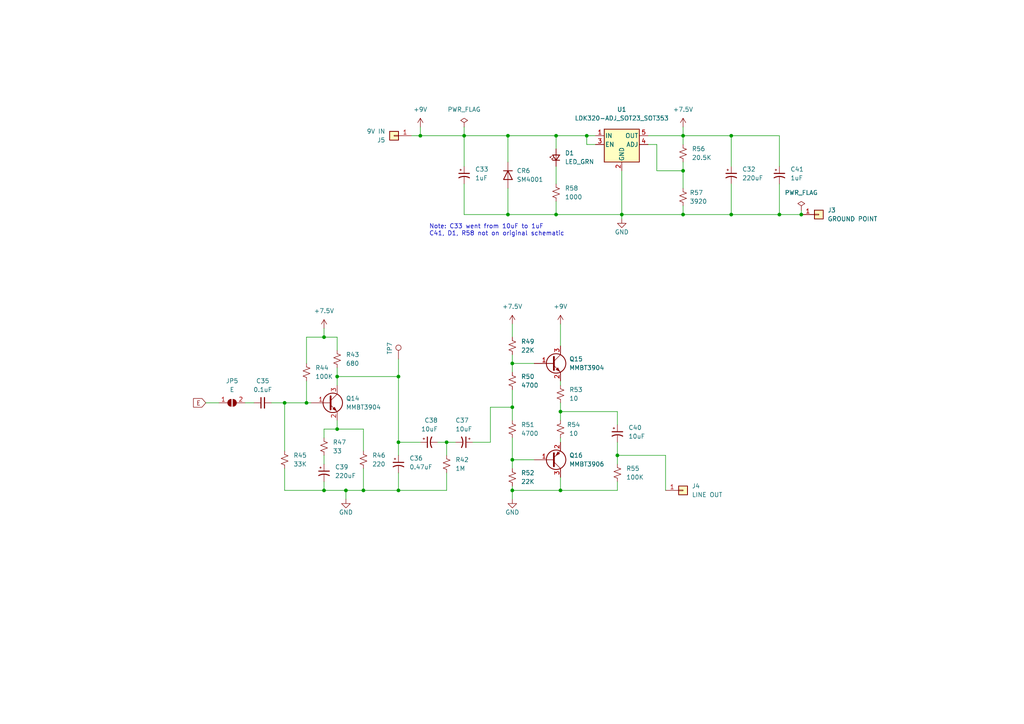
<source format=kicad_sch>
(kicad_sch (version 20221206) (generator eeschema)
  (paper "A4")
  (lib_symbols
    (symbol "Connector:TestPoint" (pin_numbers hide) (pin_names (offset 0.762) hide)
      (property "Reference" "TP" (at 0 6.858 0))
      (property "Value" "TestPoint" (at 0 5.08 0))
      (symbol "TestPoint_0_1"
        (circle (center 0 3.302) (radius 0.762))
      )
      (symbol "TestPoint_1_1"
        (pin passive line (at 0 0 90) (length 2.54) (name "1") (number "1"))
      )
    )
    (symbol "Connector_Generic:Conn_01x01" (pin_names (offset 1.016) hide)
      (property "Reference" "J" (at 0 2.54 0))
      (property "Value" "Conn_01x01" (at 0 -2.54 0))
      (symbol "Conn_01x01_1_1"
        (rectangle (start -1.27 0.127) (end 0 -0.127) (stroke (width 0.1524)))
        (rectangle (start -1.27 1.27) (end 1.27 -1.27) (stroke (width 0.254)) (fill (type background)))
        (pin passive line (at -5.08 0 0) (length 3.81) (name "Pin_1") (number "1"))
      )
    )
    (symbol "Device:C_Polarized_Small_US" (pin_numbers hide) (pin_names (offset 0.254) hide)
      (property "Reference" "C" (at 0.254 1.778 0))
      (property "Value" "C_Polarized_Small_US" (at 0.254 -2.032 0))
      (symbol "C_Polarized_Small_US_0_1"
        (polyline (pts (xy -1.524 0.508) (xy 1.524 0.508)) (stroke (width 0.3048)))
        (polyline (pts (xy -1.27 1.524) (xy -0.762 1.524)))
        (polyline (pts (xy -1.016 1.27) (xy -1.016 1.778)))
        (arc (start 1.524 -0.762) (mid 0 -0.3734) (end -1.524 -0.762) (stroke (width 0.3048)))
      )
      (symbol "C_Polarized_Small_US_1_1"
        (pin passive line (at 0 2.54 270) (length 2.032) (name "~") (number "1"))
        (pin passive line (at 0 -2.54 90) (length 2.032) (name "~") (number "2"))
      )
    )
    (symbol "Device:C_Small" (pin_numbers hide) (pin_names (offset 0.254) hide)
      (property "Reference" "C" (at 0.254 1.778 0))
      (property "Value" "C_Small" (at 0.254 -2.032 0))
      (symbol "C_Small_0_1"
        (polyline (pts (xy -1.524 -0.508) (xy 1.524 -0.508)) (stroke (width 0.3302)))
        (polyline (pts (xy -1.524 0.508) (xy 1.524 0.508)) (stroke (width 0.3048)))
      )
      (symbol "C_Small_1_1"
        (pin passive line (at 0 2.54 270) (length 2.032) (name "~") (number "1"))
        (pin passive line (at 0 -2.54 90) (length 2.032) (name "~") (number "2"))
      )
    )
    (symbol "Device:LED_Small" (pin_numbers hide) (pin_names (offset 0.254) hide)
      (property "Reference" "D" (at -1.27 3.175 0))
      (property "Value" "LED_Small" (at -4.445 -2.54 0))
      (symbol "LED_Small_0_1"
        (polyline (pts (xy -0.762 -1.016) (xy -0.762 1.016)) (stroke (width 0.254)))
        (polyline (pts (xy 1.016 0) (xy -0.762 0)))
        (polyline (pts (xy 0.762 -1.016) (xy -0.762 0) (xy 0.762 1.016) (xy 0.762 -1.016)) (stroke (width 0.254)))
        (polyline (pts (xy 0 0.762) (xy -0.508 1.27) (xy -0.254 1.27) (xy -0.508 1.27) (xy -0.508 1.016)))
        (polyline (pts (xy 0.508 1.27) (xy 0 1.778) (xy 0.254 1.778) (xy 0 1.778) (xy 0 1.524)))
      )
      (symbol "LED_Small_1_1"
        (pin passive line (at -2.54 0 0) (length 1.778) (name "K") (number "1"))
        (pin passive line (at 2.54 0 180) (length 1.778) (name "A") (number "2"))
      )
    )
    (symbol "Device:R_Small_US" (pin_numbers hide) (pin_names (offset 0.254) hide)
      (property "Reference" "R" (at 0.762 0.508 0))
      (property "Value" "R_Small_US" (at 0.762 -1.016 0))
      (symbol "R_Small_US_1_1"
        (polyline (pts (xy 0 0) (xy 1.016 -0.381) (xy 0 -0.762) (xy -1.016 -1.143) (xy 0 -1.524)))
        (polyline (pts (xy 0 1.524) (xy 1.016 1.143) (xy 0 0.762) (xy -1.016 0.381) (xy 0 0)))
        (pin passive line (at 0 2.54 270) (length 1.016) (name "~") (number "1"))
        (pin passive line (at 0 -2.54 90) (length 1.016) (name "~") (number "2"))
      )
    )
    (symbol "Diode:SM4001" (pin_numbers hide) (pin_names (offset 1.016) hide)
      (property "Reference" "D" (at 0 2.54 0))
      (property "Value" "SM4001" (at 0 -2.54 0))
      (symbol "SM4001_0_1"
        (polyline (pts (xy -1.27 1.27) (xy -1.27 -1.27)) (stroke (width 0.254)))
        (polyline (pts (xy 1.27 0) (xy -1.27 0)))
        (polyline (pts (xy 1.27 1.27) (xy 1.27 -1.27) (xy -1.27 0) (xy 1.27 1.27)) (stroke (width 0.254)))
      )
      (symbol "SM4001_1_1"
        (pin passive line (at -3.81 0 0) (length 2.54) (name "K") (number "1"))
        (pin passive line (at 3.81 0 180) (length 2.54) (name "A") (number "2"))
      )
    )
    (symbol "Jumper:SolderJumper_2_Open" (pin_names (offset 0) hide)
      (property "Reference" "JP" (at 0 2.032 0))
      (property "Value" "SolderJumper_2_Open" (at 0 -2.54 0))
      (symbol "SolderJumper_2_Open_0_1"
        (arc (start -0.254 1.016) (mid -1.2656 0) (end -0.254 -1.016))
        (arc (start -0.254 1.016) (mid -1.2656 0) (end -0.254 -1.016) (fill (type outline)))
        (polyline (pts (xy -0.254 1.016) (xy -0.254 -1.016)))
        (polyline (pts (xy 0.254 1.016) (xy 0.254 -1.016)))
        (arc (start 0.254 -1.016) (mid 1.2656 0) (end 0.254 1.016))
        (arc (start 0.254 -1.016) (mid 1.2656 0) (end 0.254 1.016) (fill (type outline)))
      )
      (symbol "SolderJumper_2_Open_1_1"
        (pin passive line (at -3.81 0 0) (length 2.54) (name "A") (number "1"))
        (pin passive line (at 3.81 0 180) (length 2.54) (name "B") (number "2"))
      )
    )
    (symbol "Regulator_Linear:LDK130-ADJ_SOT23_SOT353" (pin_names (offset 0.254))
      (property "Reference" "U" (at -3.81 5.715 0))
      (property "Value" "LDK130-ADJ_SOT23_SOT353" (at 0 5.715 0))
      (symbol "LDK130-ADJ_SOT23_SOT353_0_1"
        (rectangle (start -5.08 4.445) (end 5.08 -5.08) (stroke (width 0.254)) (fill (type background)))
      )
      (symbol "LDK130-ADJ_SOT23_SOT353_1_1"
        (pin power_in line (at -7.62 2.54 0) (length 2.54) (name "IN") (number "1"))
        (pin power_in line (at 0 -7.62 90) (length 2.54) (name "GND") (number "2"))
        (pin input line (at -7.62 0 0) (length 2.54) (name "EN") (number "3"))
        (pin input line (at 7.62 0 180) (length 2.54) (name "ADJ") (number "4"))
        (pin power_out line (at 7.62 2.54 180) (length 2.54) (name "OUT") (number "5"))
      )
    )
    (symbol "Transistor_BJT:MMBT3904" (pin_names (offset 0) hide)
      (property "Reference" "Q" (at 5.08 1.905 0))
      (property "Value" "MMBT3904" (at 5.08 0 0))
      (symbol "MMBT3904_0_1"
        (polyline (pts (xy 0.635 0.635) (xy 2.54 2.54)))
        (polyline (pts (xy 0.635 -0.635) (xy 2.54 -2.54) (xy 2.54 -2.54)))
        (polyline (pts (xy 0.635 1.905) (xy 0.635 -1.905) (xy 0.635 -1.905)) (stroke (width 0.508)))
        (polyline (pts (xy 1.27 -1.778) (xy 1.778 -1.27) (xy 2.286 -2.286) (xy 1.27 -1.778) (xy 1.27 -1.778)) (fill (type outline)))
        (circle (center 1.27 0) (radius 2.8194) (stroke (width 0.254)))
      )
      (symbol "MMBT3904_1_1"
        (pin input line (at -5.08 0 0) (length 5.715) (name "B") (number "1"))
        (pin passive line (at 2.54 -5.08 90) (length 2.54) (name "E") (number "2"))
        (pin passive line (at 2.54 5.08 270) (length 2.54) (name "C") (number "3"))
      )
    )
    (symbol "Transistor_BJT:MMBT3906" (pin_names (offset 0) hide)
      (property "Reference" "Q" (at 5.08 1.905 0))
      (property "Value" "MMBT3906" (at 5.08 0 0))
      (symbol "MMBT3906_0_1"
        (polyline (pts (xy 0.635 0.635) (xy 2.54 2.54)))
        (polyline (pts (xy 0.635 -0.635) (xy 2.54 -2.54) (xy 2.54 -2.54)))
        (polyline (pts (xy 0.635 1.905) (xy 0.635 -1.905) (xy 0.635 -1.905)) (stroke (width 0.508)))
        (polyline (pts (xy 2.286 -1.778) (xy 1.778 -2.286) (xy 1.27 -1.27) (xy 2.286 -1.778) (xy 2.286 -1.778)) (fill (type outline)))
        (circle (center 1.27 0) (radius 2.8194) (stroke (width 0.254)))
      )
      (symbol "MMBT3906_1_1"
        (pin input line (at -5.08 0 0) (length 5.715) (name "B") (number "1"))
        (pin passive line (at 2.54 -5.08 90) (length 2.54) (name "E") (number "2"))
        (pin passive line (at 2.54 5.08 270) (length 2.54) (name "C") (number "3"))
      )
    )
    (symbol "power:+7.5V" (power) (pin_names (offset 0))
      (property "Value" "+7.5V" (at 0 3.556 0))
      (symbol "+7.5V_0_1"
        (polyline (pts (xy -0.762 1.27) (xy 0 2.54)))
        (polyline (pts (xy 0 0) (xy 0 2.54)))
        (polyline (pts (xy 0 2.54) (xy 0.762 1.27)))
      )
      (symbol "+7.5V_1_1"
        (pin power_in line (at 0 0 90) (length 0) hide (name "+7.5V") (number "1"))
      )
    )
    (symbol "power:+9V" (power) (pin_names (offset 0))
      (property "Value" "+9V" (at 0 3.556 0))
      (symbol "+9V_0_1"
        (polyline (pts (xy -0.762 1.27) (xy 0 2.54)))
        (polyline (pts (xy 0 0) (xy 0 2.54)))
        (polyline (pts (xy 0 2.54) (xy 0.762 1.27)))
      )
      (symbol "+9V_1_1"
        (pin power_in line (at 0 0 90) (length 0) hide (name "+9V") (number "1"))
      )
    )
    (symbol "power:GND" (power) (pin_names (offset 0))
      (property "Value" "GND" (at 0 -3.81 0))
      (symbol "GND_0_1"
        (polyline (pts (xy 0 0) (xy 0 -1.27) (xy 1.27 -1.27) (xy 0 -2.54) (xy -1.27 -1.27) (xy 0 -1.27)))
      )
      (symbol "GND_1_1"
        (pin power_in line (at 0 0 270) (length 0) hide (name "GND") (number "1"))
      )
    )
    (symbol "power:PWR_FLAG" (power) (pin_numbers hide) (pin_names (offset 0) hide)
      (property "Value" "PWR_FLAG" (at 0 3.81 0))
      (symbol "PWR_FLAG_0_0"
        (pin power_out line (at 0 0 90) (length 0) (name "pwr") (number "1"))
      )
      (symbol "PWR_FLAG_0_1"
        (polyline (pts (xy 0 0) (xy 0 1.27) (xy -1.016 1.905) (xy 0 2.54) (xy 1.016 1.905) (xy 0 1.27)))
      )
    )
  )
  (junction (at 115.57 128.27))
  (junction (at 82.55 116.84))
  (junction (at 198.12 49.53))
  (junction (at 162.56 142.24))
  (junction (at 97.79 109.22))
  (junction (at 180.34 62.23))
  (junction (at 129.54 128.27))
  (junction (at 198.12 62.23))
  (junction (at 115.57 109.22))
  (junction (at 198.12 39.37))
  (junction (at 97.79 124.46))
  (junction (at 121.92 39.37))
  (junction (at 93.98 142.24))
  (junction (at 134.62 39.37))
  (junction (at 100.33 142.24))
  (junction (at 147.32 62.23))
  (junction (at 148.59 133.35))
  (junction (at 148.59 142.24))
  (junction (at 148.59 118.11))
  (junction (at 170.18 39.37))
  (junction (at 212.09 39.37))
  (junction (at 162.56 119.38))
  (junction (at 226.06 62.23))
  (junction (at 179.07 132.08))
  (junction (at 232.41 62.23))
  (junction (at 93.98 97.79))
  (junction (at 161.29 39.37))
  (junction (at 161.29 62.23))
  (junction (at 105.41 142.24))
  (junction (at 212.09 62.23))
  (junction (at 147.32 39.37))
  (junction (at 148.59 105.41))
  (junction (at 88.9 116.84))
  (junction (at 115.57 142.24))
  (wire (pts (xy 226.06 53.34) (xy 226.06 62.23)))
  (wire (pts (xy 105.41 135.89) (xy 105.41 142.24)))
  (wire (pts (xy 232.41 60.96) (xy 232.41 62.23)))
  (wire (pts (xy 212.09 39.37) (xy 198.12 39.37)))
  (wire (pts (xy 148.59 113.03) (xy 148.59 118.11)))
  (wire (pts (xy 180.34 49.53) (xy 180.34 62.23)))
  (wire (pts (xy 129.54 142.24) (xy 115.57 142.24)))
  (wire (pts (xy 198.12 46.99) (xy 198.12 49.53)))
  (wire (pts (xy 134.62 39.37) (xy 134.62 48.26)))
  (wire (pts (xy 148.59 93.98) (xy 148.59 97.79)))
  (wire (pts (xy 226.06 62.23) (xy 232.41 62.23)))
  (wire (pts (xy 190.5 49.53) (xy 198.12 49.53)))
  (wire (pts (xy 148.59 142.24) (xy 148.59 144.78)))
  (wire (pts (xy 115.57 109.22) (xy 115.57 128.27)))
  (wire (pts (xy 134.62 62.23) (xy 147.32 62.23)))
  (wire (pts (xy 190.5 41.91) (xy 190.5 49.53)))
  (wire (pts (xy 97.79 106.68) (xy 97.79 109.22)))
  (wire (pts (xy 121.92 36.83) (xy 121.92 39.37)))
  (wire (pts (xy 115.57 128.27) (xy 121.92 128.27)))
  (wire (pts (xy 115.57 137.16) (xy 115.57 142.24)))
  (wire (pts (xy 129.54 128.27) (xy 132.08 128.27)))
  (wire (pts (xy 162.56 142.24) (xy 162.56 138.43)))
  (wire (pts (xy 180.34 62.23) (xy 198.12 62.23)))
  (wire (pts (xy 148.59 105.41) (xy 148.59 107.95)))
  (wire (pts (xy 161.29 39.37) (xy 161.29 43.18)))
  (wire (pts (xy 97.79 109.22) (xy 97.79 111.76)))
  (wire (pts (xy 179.07 128.27) (xy 179.07 132.08)))
  (wire (pts (xy 90.17 116.84) (xy 88.9 116.84)))
  (wire (pts (xy 147.32 62.23) (xy 161.29 62.23)))
  (wire (pts (xy 127 128.27) (xy 129.54 128.27)))
  (wire (pts (xy 93.98 95.25) (xy 93.98 97.79)))
  (wire (pts (xy 97.79 97.79) (xy 97.79 101.6)))
  (wire (pts (xy 162.56 116.84) (xy 162.56 119.38)))
  (wire (pts (xy 115.57 142.24) (xy 105.41 142.24)))
  (wire (pts (xy 154.94 105.41) (xy 148.59 105.41)))
  (wire (pts (xy 198.12 39.37) (xy 198.12 41.91)))
  (wire (pts (xy 105.41 142.24) (xy 100.33 142.24)))
  (wire (pts (xy 88.9 97.79) (xy 93.98 97.79)))
  (wire (pts (xy 59.69 116.84) (xy 63.5 116.84)))
  (wire (pts (xy 162.56 119.38) (xy 162.56 121.92)))
  (wire (pts (xy 78.74 116.84) (xy 82.55 116.84)))
  (wire (pts (xy 97.79 124.46) (xy 93.98 124.46)))
  (wire (pts (xy 212.09 62.23) (xy 226.06 62.23)))
  (wire (pts (xy 93.98 142.24) (xy 100.33 142.24)))
  (wire (pts (xy 170.18 41.91) (xy 170.18 39.37)))
  (wire (pts (xy 148.59 127) (xy 148.59 133.35)))
  (wire (pts (xy 93.98 142.24) (xy 93.98 139.7)))
  (wire (pts (xy 179.07 142.24) (xy 162.56 142.24)))
  (wire (pts (xy 147.32 54.61) (xy 147.32 62.23)))
  (wire (pts (xy 161.29 62.23) (xy 180.34 62.23)))
  (wire (pts (xy 198.12 36.83) (xy 198.12 39.37)))
  (wire (pts (xy 147.32 39.37) (xy 161.29 39.37)))
  (wire (pts (xy 134.62 53.34) (xy 134.62 62.23)))
  (wire (pts (xy 162.56 127) (xy 162.56 128.27)))
  (wire (pts (xy 129.54 137.16) (xy 129.54 142.24)))
  (wire (pts (xy 115.57 132.08) (xy 115.57 128.27)))
  (wire (pts (xy 162.56 110.49) (xy 162.56 111.76)))
  (wire (pts (xy 226.06 39.37) (xy 226.06 48.26)))
  (wire (pts (xy 148.59 142.24) (xy 162.56 142.24)))
  (wire (pts (xy 82.55 135.89) (xy 82.55 142.24)))
  (wire (pts (xy 161.29 58.42) (xy 161.29 62.23)))
  (wire (pts (xy 105.41 124.46) (xy 97.79 124.46)))
  (wire (pts (xy 97.79 109.22) (xy 115.57 109.22)))
  (wire (pts (xy 100.33 142.24) (xy 100.33 144.78)))
  (wire (pts (xy 161.29 53.34) (xy 161.29 48.26)))
  (wire (pts (xy 179.07 132.08) (xy 193.04 132.08)))
  (wire (pts (xy 170.18 39.37) (xy 172.72 39.37)))
  (wire (pts (xy 115.57 104.14) (xy 115.57 109.22)))
  (wire (pts (xy 82.55 116.84) (xy 88.9 116.84)))
  (wire (pts (xy 198.12 62.23) (xy 212.09 62.23)))
  (wire (pts (xy 88.9 110.49) (xy 88.9 116.84)))
  (wire (pts (xy 93.98 97.79) (xy 97.79 97.79)))
  (wire (pts (xy 179.07 132.08) (xy 179.07 134.62)))
  (wire (pts (xy 148.59 140.97) (xy 148.59 142.24)))
  (wire (pts (xy 179.07 139.7) (xy 179.07 142.24)))
  (wire (pts (xy 179.07 119.38) (xy 179.07 123.19)))
  (wire (pts (xy 148.59 133.35) (xy 148.59 135.89)))
  (wire (pts (xy 134.62 36.83) (xy 134.62 39.37)))
  (wire (pts (xy 148.59 118.11) (xy 148.59 121.92)))
  (wire (pts (xy 172.72 41.91) (xy 170.18 41.91)))
  (wire (pts (xy 198.12 54.61) (xy 198.12 49.53)))
  (wire (pts (xy 187.96 39.37) (xy 198.12 39.37)))
  (wire (pts (xy 212.09 53.34) (xy 212.09 62.23)))
  (wire (pts (xy 212.09 48.26) (xy 212.09 39.37)))
  (wire (pts (xy 162.56 93.98) (xy 162.56 100.33)))
  (wire (pts (xy 71.12 116.84) (xy 73.66 116.84)))
  (wire (pts (xy 134.62 39.37) (xy 147.32 39.37)))
  (wire (pts (xy 137.16 128.27) (xy 142.24 128.27)))
  (wire (pts (xy 82.55 142.24) (xy 93.98 142.24)))
  (wire (pts (xy 119.38 39.37) (xy 121.92 39.37)))
  (wire (pts (xy 198.12 59.69) (xy 198.12 62.23)))
  (wire (pts (xy 187.96 41.91) (xy 190.5 41.91)))
  (wire (pts (xy 97.79 121.92) (xy 97.79 124.46)))
  (wire (pts (xy 93.98 124.46) (xy 93.98 127)))
  (wire (pts (xy 82.55 130.81) (xy 82.55 116.84)))
  (wire (pts (xy 147.32 39.37) (xy 147.32 46.99)))
  (wire (pts (xy 129.54 128.27) (xy 129.54 132.08)))
  (wire (pts (xy 148.59 133.35) (xy 154.94 133.35)))
  (wire (pts (xy 148.59 102.87) (xy 148.59 105.41)))
  (wire (pts (xy 142.24 128.27) (xy 142.24 118.11)))
  (wire (pts (xy 212.09 39.37) (xy 226.06 39.37)))
  (wire (pts (xy 180.34 62.23) (xy 180.34 63.5)))
  (wire (pts (xy 105.41 130.81) (xy 105.41 124.46)))
  (wire (pts (xy 142.24 118.11) (xy 148.59 118.11)))
  (wire (pts (xy 93.98 132.08) (xy 93.98 134.62)))
  (wire (pts (xy 88.9 105.41) (xy 88.9 97.79)))
  (wire (pts (xy 121.92 39.37) (xy 134.62 39.37)))
  (wire (pts (xy 162.56 119.38) (xy 179.07 119.38)))
  (wire (pts (xy 161.29 39.37) (xy 170.18 39.37)))
  (wire (pts (xy 193.04 132.08) (xy 193.04 142.24)))
  (text "Note: C33 went from 10uF to 1uF\nC41, D1, R58 not on original schematic" (at 124.46 68.58 0) (effects (font (size 1.27 1.27)) (justify left bottom)))
  (global_label "E" (shape input) (at 59.69 116.84 180) (property "Intersheetrefs" "${INTERSHEET_REFS}" (effects hide)))
  (symbol (lib_id "Transistor_BJT:MMBT3906") (at 160.02 133.35 0) (mirror x) (unit 1)
    (property "Reference" "Q16" (at 165.1 132.0799 0) (effects (justify left)))
    (property "Value" "MMBT3906" (at 165.1 134.6199 0) (effects (justify left)))
    (property "Footprint" "Package_TO_SOT_SMD:SOT-23" (effects hide))
    (property "Datasheet" "https://www.mouser.com/ProductDetail/726-MMBT3906LT1" (effects hide))
  )
  (symbol (lib_id "Device:LED_Small") (at 161.29 45.72 90) (unit 1)
    (property "Reference" "D1" (at 163.83 44.3864 90) (effects (justify right)))
    (property "Value" "LED_GRN" (at 163.83 46.9264 90) (effects (justify right)))
    (property "Footprint" "LED_SMD:LED_0603_1608Metric_Pad1.05x0.95mm_HandSolder" (effects hide))
    (property "Datasheet" "https://www.mouser.com/ProductDetail/710-150060GS75000" (effects hide))
  )
  (symbol (lib_id "Connector_Generic:Conn_01x01") (at 198.12 142.24 0) (unit 1)
    (property "Reference" "J4" (at 200.66 140.9699 0) (effects (justify left)))
    (property "Value" "LINE OUT" (at 200.66 143.5099 0) (effects (justify left)))
    (property "Footprint" "MountingHole:MountingHole_4.3mm_M4_Pad_Via" (effects hide))
  )
  (symbol (lib_id "power:GND") (at 148.59 144.78 0) (unit 1)
    (property "Reference" "#PWR0134" (effects hide))
    (property "Value" "GND" (at 148.59 148.59 0))
  )
  (symbol (lib_id "power:+9V") (at 162.56 93.98 0) (unit 1)
    (property "Reference" "#PWR0135" (effects hide))
    (property "Value" "+9V" (at 162.56 88.9 0))
  )
  (symbol (lib_id "Device:R_Small_US") (at 179.07 137.16 0) (unit 1)
    (property "Reference" "R55" (at 181.61 135.8899 0) (effects (justify left)))
    (property "Value" "100K" (at 181.61 138.4299 0) (effects (justify left)))
    (property "Footprint" "Resistor_SMD:R_0603_1608Metric" (effects hide))
    (property "Datasheet" "https://www.mouser.com/ProductDetail/603-RC0603FR-07100KL" (effects hide))
  )
  (symbol (lib_id "Device:C_Polarized_Small_US") (at 124.46 128.27 90) (mirror x) (unit 1)
    (property "Reference" "C38" (at 127 121.92 90) (effects (justify left)))
    (property "Value" "10uF" (at 127 124.46 90) (effects (justify left)))
    (property "Footprint" "Capacitor_Tantalum_SMD:CP_EIA-3216-18_Kemet-A" (effects hide))
    (property "Datasheet" "https://www.mouser.com/ProductDetail/80-T489A106K10ATA2K2" (effects hide))
  )
  (symbol (lib_id "Device:R_Small_US") (at 148.59 100.33 0) (unit 1)
    (property "Reference" "R49" (at 151.13 99.0599 0) (effects (justify left)))
    (property "Value" "22K" (at 151.13 101.5999 0) (effects (justify left)))
    (property "Footprint" "Resistor_SMD:R_0603_1608Metric" (effects hide))
    (property "Datasheet" "https://www.mouser.com/ProductDetail/603-RC0603FR-0722KL" (effects hide))
  )
  (symbol (lib_id "Device:R_Small_US") (at 88.9 107.95 0) (unit 1)
    (property "Reference" "R44" (at 91.44 106.6799 0) (effects (justify left)))
    (property "Value" "100K" (at 91.44 109.2199 0) (effects (justify left)))
    (property "Footprint" "Resistor_SMD:R_0603_1608Metric" (effects hide))
    (property "Datasheet" "https://www.mouser.com/ProductDetail/603-RC0603FR-07100KL" (effects hide))
  )
  (symbol (lib_id "Device:R_Small_US") (at 97.79 104.14 180) (unit 1)
    (property "Reference" "R43" (at 100.33 102.8699 0) (effects (justify right)))
    (property "Value" "680" (at 100.33 105.4099 0) (effects (justify right)))
    (property "Footprint" "Resistor_SMD:R_0603_1608Metric" (effects hide))
    (property "Datasheet" "https://www.mouser.com/ProductDetail/603-RC0603FR-07680RL" (effects hide))
  )
  (symbol (lib_id "Device:C_Polarized_Small_US") (at 115.57 134.62 0) (unit 1)
    (property "Reference" "C36" (at 118.745 132.9181 0) (effects (justify left)))
    (property "Value" "0.47uF" (at 118.745 135.4581 0) (effects (justify left)))
    (property "Footprint" "Capacitor_Tantalum_SMD:CP_EIA-1608-08_AVX-J" (effects hide))
    (property "Datasheet" "https://www.mouser.com/ProductDetail/581-TACL474K010X" (effects hide))
  )
  (symbol (lib_id "Device:R_Small_US") (at 82.55 133.35 0) (unit 1)
    (property "Reference" "R45" (at 85.09 132.0799 0) (effects (justify left)))
    (property "Value" "33K" (at 85.09 134.6199 0) (effects (justify left)))
    (property "Footprint" "Resistor_SMD:R_0603_1608Metric" (effects hide))
    (property "Datasheet" "https://www.mouser.com/ProductDetail/603-RC0603FR-1333KL" (effects hide))
  )
  (symbol (lib_id "Device:R_Small_US") (at 105.41 133.35 0) (unit 1)
    (property "Reference" "R46" (at 107.95 132.0799 0) (effects (justify left)))
    (property "Value" "220" (at 107.95 134.6199 0) (effects (justify left)))
    (property "Footprint" "Resistor_SMD:R_0603_1608Metric" (effects hide))
    (property "Datasheet" "https://www.mouser.com/ProductDetail/603-RC0603FR-13220RL" (effects hide))
  )
  (symbol (lib_id "power:+7.5V") (at 148.59 93.98 0) (unit 1)
    (property "Reference" "#PWR0136" (effects hide))
    (property "Value" "+7.5V" (at 148.59 88.9 0))
  )
  (symbol (lib_id "Device:C_Polarized_Small_US") (at 226.06 50.8 0) (unit 1)
    (property "Reference" "C41" (at 229.235 49.0981 0) (effects (justify left)))
    (property "Value" "1uF" (at 229.235 51.6381 0) (effects (justify left)))
    (property "Footprint" "Capacitor_Tantalum_SMD:CP_EIA-2012-12_Kemet-R_Pad1.30x1.05mm_HandSolder" (effects hide))
    (property "Datasheet" "https://www.mouser.com/ProductDetail/74-TMCP1E105KTRF" (effects hide))
  )
  (symbol (lib_id "Diode:SM4001") (at 147.32 50.8 270) (unit 1)
    (property "Reference" "CR6" (at 149.86 49.5299 90) (effects (justify left)))
    (property "Value" "SM4001" (at 149.86 52.0699 90) (effects (justify left)))
    (property "Footprint" "Diode_SMD:D_MELF" (effects hide))
    (property "Datasheet" "https://www.mouser.com/ProductDetail/637-SM4001" (effects hide))
  )
  (symbol (lib_id "Device:C_Polarized_Small_US") (at 134.62 128.27 270) (unit 1)
    (property "Reference" "C37" (at 132.08 121.92 90) (effects (justify left)))
    (property "Value" "10uF" (at 132.08 124.46 90) (effects (justify left)))
    (property "Footprint" "Capacitor_Tantalum_SMD:CP_EIA-3216-18_Kemet-A" (effects hide))
    (property "Datasheet" "https://www.mouser.com/ProductDetail/80-T489A106K10ATA2K2" (effects hide))
  )
  (symbol (lib_id "Connector_Generic:Conn_01x01") (at 237.49 62.23 0) (unit 1)
    (property "Reference" "J3" (at 240.03 60.9599 0) (effects (justify left)))
    (property "Value" "GROUND POINT" (at 240.03 63.4999 0) (effects (justify left)))
    (property "Footprint" "MountingHole:MountingHole_4.3mm_M4_Pad_Via" (effects hide))
  )
  (symbol (lib_id "power:GND") (at 180.34 63.5 0) (unit 1)
    (property "Reference" "#PWR0128" (effects hide))
    (property "Value" "GND" (at 180.34 67.31 0))
  )
  (symbol (lib_id "power:PWR_FLAG") (at 134.62 36.83 0) (unit 1)
    (property "Reference" "#FLG0101" (effects hide))
    (property "Value" "PWR_FLAG" (at 134.62 31.75 0))
  )
  (symbol (lib_id "Regulator_Linear:LDK130-ADJ_SOT23_SOT353") (at 180.34 41.91 0) (unit 1)
    (property "Reference" "U1" (at 180.34 31.75 0))
    (property "Value" "LDK320-ADJ_SOT23_SOT353" (at 180.34 34.29 0))
    (property "Footprint" "Package_TO_SOT_SMD:SOT-23-5" (effects hide))
    (property "Datasheet" "https://www.mouser.com/ProductDetail/511-LDK320M-R" (effects hide))
  )
  (symbol (lib_id "power:PWR_FLAG") (at 232.41 60.96 0) (unit 1)
    (property "Reference" "#FLG0102" (effects hide))
    (property "Value" "PWR_FLAG" (at 232.41 55.88 0))
  )
  (symbol (lib_id "Device:R_Small_US") (at 148.59 138.43 0) (unit 1)
    (property "Reference" "R52" (at 151.13 137.1599 0) (effects (justify left)))
    (property "Value" "22K" (at 151.13 139.6999 0) (effects (justify left)))
    (property "Footprint" "Resistor_SMD:R_0603_1608Metric" (effects hide))
    (property "Datasheet" "https://www.mouser.com/ProductDetail/603-RC0603FR-0722KL" (effects hide))
  )
  (symbol (lib_id "power:+9V") (at 121.92 36.83 0) (unit 1)
    (property "Reference" "#PWR0131" (effects hide))
    (property "Value" "+9V" (at 121.92 31.75 0))
  )
  (symbol (lib_id "Device:R_Small_US") (at 162.56 124.46 0) (mirror x) (unit 1)
    (property "Reference" "R54" (at 166.37 123.19 0))
    (property "Value" "10" (at 166.37 125.73 0))
    (property "Footprint" "Resistor_SMD:R_0603_1608Metric" (effects hide))
    (property "Datasheet" "https://www.mouser.com/ProductDetail/603-SR0603FR-7T10RL" (effects hide))
  )
  (symbol (lib_id "Device:C_Small") (at 76.2 116.84 90) (unit 1)
    (property "Reference" "C35" (at 76.2063 110.49 90))
    (property "Value" "0.1uF" (at 76.2063 113.03 90))
    (property "Footprint" "Capacitor_SMD:C_0603_1608Metric" (effects hide))
    (property "Datasheet" "https://www.mouser.com/ProductDetail/80-C603C104K5RAC3121" (effects hide))
  )
  (symbol (lib_id "Device:R_Small_US") (at 161.29 55.88 0) (unit 1)
    (property "Reference" "R58" (at 163.83 54.6099 0) (effects (justify left)))
    (property "Value" "1000" (at 163.83 57.1499 0) (effects (justify left)))
    (property "Footprint" "Resistor_SMD:R_0603_1608Metric" (effects hide))
    (property "Datasheet" "https://www.mouser.com/ProductDetail/603-RC0603FR-071KP" (effects hide))
  )
  (symbol (lib_id "Device:C_Polarized_Small_US") (at 212.09 50.8 0) (unit 1)
    (property "Reference" "C32" (at 215.265 49.0981 0) (effects (justify left)))
    (property "Value" "220uF" (at 215.265 51.6381 0) (effects (justify left)))
    (property "Footprint" "Capacitor_SMD:CP_Elec_6.3x5.9" (effects hide))
    (property "Datasheet" "https://www.mouser.com/ProductDetail/667-EEF-KX0E221RE" (effects hide))
  )
  (symbol (lib_id "Device:R_Small_US") (at 129.54 134.62 0) (unit 1)
    (property "Reference" "R42" (at 132.08 133.3499 0) (effects (justify left)))
    (property "Value" "1M" (at 132.08 135.8899 0) (effects (justify left)))
    (property "Footprint" "Resistor_SMD:R_0603_1608Metric" (effects hide))
    (property "Datasheet" "https://www.mouser.com/ProductDetail/603-AC0603FR-071ML" (effects hide))
  )
  (symbol (lib_id "Connector_Generic:Conn_01x01") (at 114.3 39.37 180) (unit 1)
    (property "Reference" "J5" (at 111.76 40.6401 0) (effects (justify left)))
    (property "Value" "9V IN" (at 111.76 38.1001 0) (effects (justify left)))
    (property "Footprint" "MountingHole:MountingHole_4.3mm_M4_Pad_Via" (effects hide))
  )
  (symbol (lib_id "Device:C_Polarized_Small_US") (at 93.98 137.16 0) (unit 1)
    (property "Reference" "C39" (at 97.155 135.4581 0) (effects (justify left)))
    (property "Value" "220uF" (at 97.155 137.9981 0) (effects (justify left)))
    (property "Footprint" "Capacitor_SMD:CP_Elec_6.3x5.9" (effects hide))
    (property "Datasheet" "https://www.mouser.com/ProductDetail/667-EEF-KX0E221RE" (effects hide))
  )
  (symbol (lib_id "Device:R_Small_US") (at 198.12 44.45 0) (unit 1)
    (property "Reference" "R56" (at 200.66 43.1799 0) (effects (justify left)))
    (property "Value" "20.5K" (at 200.66 45.7199 0) (effects (justify left)))
    (property "Footprint" "Resistor_SMD:R_0603_1608Metric" (effects hide))
    (property "Datasheet" "https://www.mouser.com/ProductDetail/YAGEO/RT0603FRE0720K5L" (effects hide))
  )
  (symbol (lib_id "Device:C_Polarized_Small_US") (at 134.62 50.8 0) (unit 1)
    (property "Reference" "C33" (at 137.795 49.0981 0) (effects (justify left)))
    (property "Value" "1uF" (at 137.795 51.6381 0) (effects (justify left)))
    (property "Footprint" "Capacitor_Tantalum_SMD:CP_EIA-2012-12_Kemet-R_Pad1.30x1.05mm_HandSolder" (effects hide))
    (property "Datasheet" "https://www.mouser.com/ProductDetail/74-TMCP1E105KTRF" (effects hide))
  )
  (symbol (lib_id "Connector:TestPoint") (at 115.57 104.14 0) (unit 1)
    (property "Reference" "TP7" (at 113.03 102.87 90) (effects (justify left)))
    (property "Value" "TestPoint" (effects hide))
    (property "Footprint" "TestPoint:TestPoint_Loop_D1.80mm_Drill1.0mm_Beaded" (effects hide))
    (property "Datasheet" "https://www.mouser.com/ProductDetail/Keystone-Electronics/5002" (effects hide))
  )
  (symbol (lib_id "Transistor_BJT:MMBT3904") (at 95.25 116.84 0) (unit 1)
    (property "Reference" "Q14" (at 100.33 115.5699 0) (effects (justify left)))
    (property "Value" "MMBT3904" (at 100.33 118.1099 0) (effects (justify left)))
    (property "Footprint" "Package_TO_SOT_SMD:SOT-23" (effects hide))
    (property "Datasheet" "https://www.mouser.com/ProductDetail/726-MMBT3904LT1" (effects hide))
  )
  (symbol (lib_id "power:+7.5V") (at 93.98 95.25 0) (unit 1)
    (property "Reference" "#PWR0137" (effects hide))
    (property "Value" "+7.5V" (at 93.98 90.17 0))
  )
  (symbol (lib_id "Device:R_Small_US") (at 198.12 57.15 0) (unit 1)
    (property "Reference" "R57" (at 200.025 55.8799 0) (effects (justify left)))
    (property "Value" "3920" (at 200.025 58.4199 0) (effects (justify left)))
    (property "Footprint" "Resistor_SMD:R_0603_1608Metric" (effects hide))
    (property "Datasheet" "https://www.mouser.com/ProductDetail/603-RC0603FR-073K92L" (effects hide))
  )
  (symbol (lib_id "Jumper:SolderJumper_2_Open") (at 67.31 116.84 0) (unit 1)
    (property "Reference" "JP5" (at 67.31 110.49 0))
    (property "Value" "E" (at 67.31 113.03 0))
    (property "Footprint" "Jumper:SolderJumper-2_P1.3mm_Open_RoundedPad1.0x1.5mm" (effects hide))
  )
  (symbol (lib_id "Transistor_BJT:MMBT3904") (at 160.02 105.41 0) (unit 1)
    (property "Reference" "Q15" (at 165.1 104.1399 0) (effects (justify left)))
    (property "Value" "MMBT3904" (at 165.1 106.6799 0) (effects (justify left)))
    (property "Footprint" "Package_TO_SOT_SMD:SOT-23" (effects hide))
    (property "Datasheet" "https://www.mouser.com/ProductDetail/726-MMBT3904LT1" (effects hide))
  )
  (symbol (lib_id "power:GND") (at 100.33 144.78 0) (unit 1)
    (property "Reference" "#PWR0132" (effects hide))
    (property "Value" "GND" (at 100.33 148.59 0))
  )
  (symbol (lib_id "Device:R_Small_US") (at 148.59 124.46 180) (unit 1)
    (property "Reference" "R51" (at 151.13 123.1899 0) (effects (justify right)))
    (property "Value" "4700" (at 151.13 125.7299 0) (effects (justify right)))
    (property "Footprint" "Resistor_SMD:R_0603_1608Metric" (effects hide))
    (property "Datasheet" "https://www.mouser.com/ProductDetail/603-RC0603FR-104K7L" (effects hide))
  )
  (symbol (lib_id "Device:R_Small_US") (at 162.56 114.3 180) (unit 1)
    (property "Reference" "R53" (at 165.1 113.0299 0) (effects (justify right)))
    (property "Value" "10" (at 165.1 115.5699 0) (effects (justify right)))
    (property "Footprint" "Resistor_SMD:R_0603_1608Metric" (effects hide))
    (property "Datasheet" "https://www.mouser.com/ProductDetail/603-SR0603FR-7T10RL" (effects hide))
  )
  (symbol (lib_id "Device:R_Small_US") (at 148.59 110.49 0) (unit 1)
    (property "Reference" "R50" (at 151.13 109.2199 0) (effects (justify left)))
    (property "Value" "4700" (at 151.13 111.7599 0) (effects (justify left)))
    (property "Footprint" "Resistor_SMD:R_0603_1608Metric" (effects hide))
    (property "Datasheet" "https://www.mouser.com/ProductDetail/603-RC0603FR-104K7L" (effects hide))
  )
  (symbol (lib_id "Device:R_Small_US") (at 93.98 129.54 0) (unit 1)
    (property "Reference" "R47" (at 96.52 128.2699 0) (effects (justify left)))
    (property "Value" "33" (at 96.52 130.8099 0) (effects (justify left)))
    (property "Footprint" "Resistor_SMD:R_0603_1608Metric" (effects hide))
    (property "Datasheet" "https://www.mouser.com/ProductDetail/603-RC0603FR-1333RL" (effects hide))
  )
  (symbol (lib_id "Device:C_Polarized_Small_US") (at 179.07 125.73 0) (unit 1)
    (property "Reference" "C40" (at 182.245 124.0281 0) (effects (justify left)))
    (property "Value" "10uF" (at 182.245 126.5681 0) (effects (justify left)))
    (property "Footprint" "Capacitor_Tantalum_SMD:CP_EIA-3216-18_Kemet-A" (effects hide))
    (property "Datasheet" "https://www.mouser.com/ProductDetail/80-T489A106K10ATA2K2" (effects hide))
  )
  (symbol (lib_id "power:+7.5V") (at 198.12 36.83 0) (unit 1)
    (property "Reference" "#PWR0130" (effects hide))
    (property "Value" "+7.5V" (at 198.12 31.75 0))
  )
)
</source>
